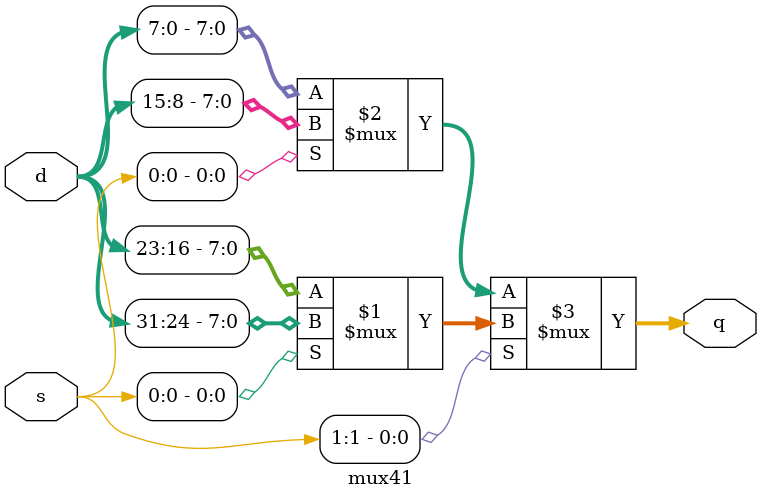
<source format=v>
module mux41 # (
parameter w=8)(
input [1:0] s,
input [4*w-1:0] d,
output [w-1:0] q);

assign q = s[1] ? ( s[0] ? d[4*w-1:3*w]:d[3*w-1:w*2]) : ( s[0]? d[2*w-1:w] : d[w-1:0]);

endmodule
</source>
